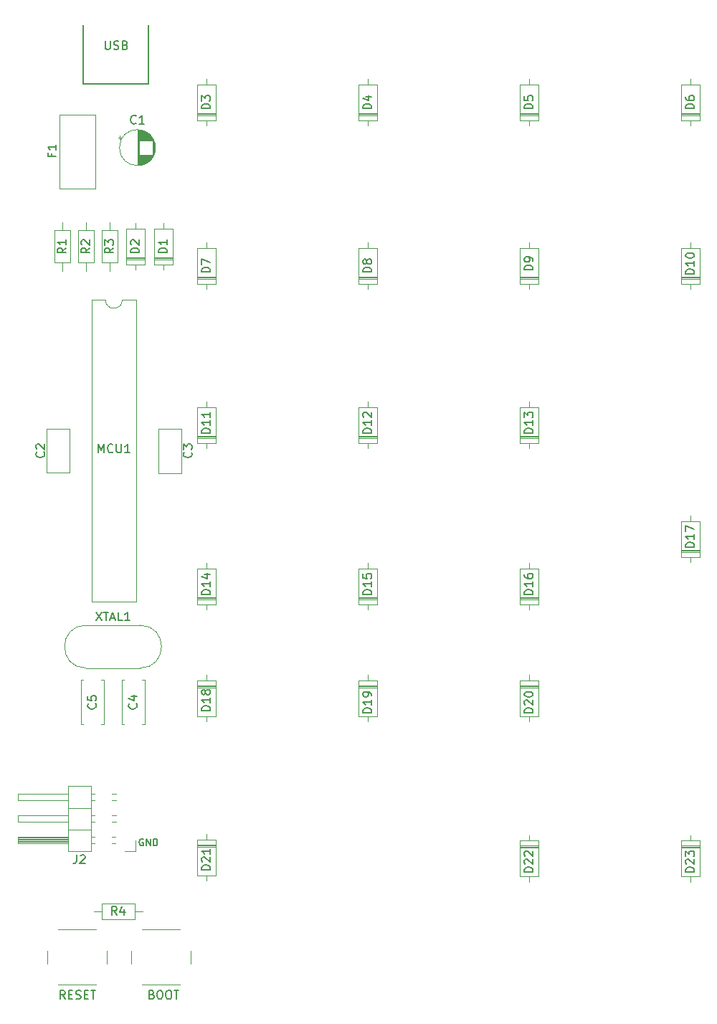
<source format=gbr>
%TF.GenerationSoftware,KiCad,Pcbnew,(5.1.6)-1*%
%TF.CreationDate,2020-06-15T22:18:44+02:00*%
%TF.ProjectId,numpad,6e756d70-6164-42e6-9b69-6361645f7063,rev?*%
%TF.SameCoordinates,Original*%
%TF.FileFunction,Legend,Top*%
%TF.FilePolarity,Positive*%
%FSLAX46Y46*%
G04 Gerber Fmt 4.6, Leading zero omitted, Abs format (unit mm)*
G04 Created by KiCad (PCBNEW (5.1.6)-1) date 2020-06-15 22:18:44*
%MOMM*%
%LPD*%
G01*
G04 APERTURE LIST*
%ADD10C,0.200000*%
%ADD11C,0.120000*%
%ADD12C,0.150000*%
G04 APERTURE END LIST*
D10*
X94386476Y-139300000D02*
X94310285Y-139261904D01*
X94196000Y-139261904D01*
X94081714Y-139300000D01*
X94005523Y-139376190D01*
X93967428Y-139452380D01*
X93929333Y-139604761D01*
X93929333Y-139719047D01*
X93967428Y-139871428D01*
X94005523Y-139947619D01*
X94081714Y-140023809D01*
X94196000Y-140061904D01*
X94272190Y-140061904D01*
X94386476Y-140023809D01*
X94424571Y-139985714D01*
X94424571Y-139719047D01*
X94272190Y-139719047D01*
X94767428Y-140061904D02*
X94767428Y-139261904D01*
X95224571Y-140061904D01*
X95224571Y-139261904D01*
X95605523Y-140061904D02*
X95605523Y-139261904D01*
X95796000Y-139261904D01*
X95910285Y-139300000D01*
X95986476Y-139376190D01*
X96024571Y-139452380D01*
X96062666Y-139604761D01*
X96062666Y-139719047D01*
X96024571Y-139871428D01*
X95986476Y-139947619D01*
X95910285Y-140023809D01*
X95796000Y-140061904D01*
X95605523Y-140061904D01*
D11*
%TO.C,J2*%
X93472000Y-140716000D02*
X92202000Y-140716000D01*
X93472000Y-139446000D02*
X93472000Y-140716000D01*
X91159071Y-133986000D02*
X90704929Y-133986000D01*
X91159071Y-134746000D02*
X90704929Y-134746000D01*
X88619071Y-133986000D02*
X88222000Y-133986000D01*
X88619071Y-134746000D02*
X88222000Y-134746000D01*
X79562000Y-133986000D02*
X85562000Y-133986000D01*
X79562000Y-134746000D02*
X79562000Y-133986000D01*
X85562000Y-134746000D02*
X79562000Y-134746000D01*
X88222000Y-135636000D02*
X85562000Y-135636000D01*
X91159071Y-136526000D02*
X90704929Y-136526000D01*
X91159071Y-137286000D02*
X90704929Y-137286000D01*
X88619071Y-136526000D02*
X88222000Y-136526000D01*
X88619071Y-137286000D02*
X88222000Y-137286000D01*
X79562000Y-136526000D02*
X85562000Y-136526000D01*
X79562000Y-137286000D02*
X79562000Y-136526000D01*
X85562000Y-137286000D02*
X79562000Y-137286000D01*
X88222000Y-138176000D02*
X85562000Y-138176000D01*
X91092000Y-139066000D02*
X90704929Y-139066000D01*
X91092000Y-139826000D02*
X90704929Y-139826000D01*
X88619071Y-139066000D02*
X88222000Y-139066000D01*
X88619071Y-139826000D02*
X88222000Y-139826000D01*
X85562000Y-139166000D02*
X79562000Y-139166000D01*
X85562000Y-139286000D02*
X79562000Y-139286000D01*
X85562000Y-139406000D02*
X79562000Y-139406000D01*
X85562000Y-139526000D02*
X79562000Y-139526000D01*
X85562000Y-139646000D02*
X79562000Y-139646000D01*
X85562000Y-139766000D02*
X79562000Y-139766000D01*
X79562000Y-139066000D02*
X85562000Y-139066000D01*
X79562000Y-139826000D02*
X79562000Y-139066000D01*
X85562000Y-139826000D02*
X79562000Y-139826000D01*
X85562000Y-140776000D02*
X88222000Y-140776000D01*
X85562000Y-133036000D02*
X85562000Y-140776000D01*
X88222000Y-133036000D02*
X85562000Y-133036000D01*
X88222000Y-140776000D02*
X88222000Y-133036000D01*
%TO.C,D19*%
X122024000Y-121162000D02*
X119784000Y-121162000D01*
X122024000Y-121402000D02*
X119784000Y-121402000D01*
X122024000Y-121282000D02*
X119784000Y-121282000D01*
X120904000Y-125452000D02*
X120904000Y-124802000D01*
X120904000Y-119912000D02*
X120904000Y-120562000D01*
X122024000Y-124802000D02*
X122024000Y-120562000D01*
X119784000Y-124802000D02*
X122024000Y-124802000D01*
X119784000Y-120562000D02*
X119784000Y-124802000D01*
X122024000Y-120562000D02*
X119784000Y-120562000D01*
%TO.C,D23*%
X160124000Y-139485000D02*
X157884000Y-139485000D01*
X157884000Y-139485000D02*
X157884000Y-143725000D01*
X157884000Y-143725000D02*
X160124000Y-143725000D01*
X160124000Y-143725000D02*
X160124000Y-139485000D01*
X159004000Y-138835000D02*
X159004000Y-139485000D01*
X159004000Y-144375000D02*
X159004000Y-143725000D01*
X160124000Y-140205000D02*
X157884000Y-140205000D01*
X160124000Y-140325000D02*
X157884000Y-140325000D01*
X160124000Y-140085000D02*
X157884000Y-140085000D01*
%TO.C,D22*%
X141074000Y-139485000D02*
X138834000Y-139485000D01*
X138834000Y-139485000D02*
X138834000Y-143725000D01*
X138834000Y-143725000D02*
X141074000Y-143725000D01*
X141074000Y-143725000D02*
X141074000Y-139485000D01*
X139954000Y-138835000D02*
X139954000Y-139485000D01*
X139954000Y-144375000D02*
X139954000Y-143725000D01*
X141074000Y-140205000D02*
X138834000Y-140205000D01*
X141074000Y-140325000D02*
X138834000Y-140325000D01*
X141074000Y-140085000D02*
X138834000Y-140085000D01*
%TO.C,D21*%
X102974000Y-139358000D02*
X100734000Y-139358000D01*
X100734000Y-139358000D02*
X100734000Y-143598000D01*
X100734000Y-143598000D02*
X102974000Y-143598000D01*
X102974000Y-143598000D02*
X102974000Y-139358000D01*
X101854000Y-138708000D02*
X101854000Y-139358000D01*
X101854000Y-144248000D02*
X101854000Y-143598000D01*
X102974000Y-140078000D02*
X100734000Y-140078000D01*
X102974000Y-140198000D02*
X100734000Y-140198000D01*
X102974000Y-139958000D02*
X100734000Y-139958000D01*
%TO.C,D17*%
X157884000Y-106006000D02*
X160124000Y-106006000D01*
X160124000Y-106006000D02*
X160124000Y-101766000D01*
X160124000Y-101766000D02*
X157884000Y-101766000D01*
X157884000Y-101766000D02*
X157884000Y-106006000D01*
X159004000Y-106656000D02*
X159004000Y-106006000D01*
X159004000Y-101116000D02*
X159004000Y-101766000D01*
X157884000Y-105286000D02*
X160124000Y-105286000D01*
X157884000Y-105166000D02*
X160124000Y-105166000D01*
X157884000Y-105406000D02*
X160124000Y-105406000D01*
%TO.C,MCU1*%
X89932000Y-75632000D02*
X88282000Y-75632000D01*
X88282000Y-75632000D02*
X88282000Y-111312000D01*
X88282000Y-111312000D02*
X93582000Y-111312000D01*
X93582000Y-111312000D02*
X93582000Y-75632000D01*
X93582000Y-75632000D02*
X91932000Y-75632000D01*
X91932000Y-75632000D02*
G75*
G02*
X89932000Y-75632000I-1000000J0D01*
G01*
%TO.C,XTAL1*%
X87632000Y-119111000D02*
X94032000Y-119111000D01*
X87632000Y-114061000D02*
X94032000Y-114061000D01*
X94032000Y-119111000D02*
G75*
G03*
X94032000Y-114061000I0J2525000D01*
G01*
X87632000Y-119111000D02*
G75*
G02*
X87632000Y-114061000I0J2525000D01*
G01*
D12*
%TO.C,USB1*%
X87336000Y-50180000D02*
X87336000Y-43180000D01*
X95036000Y-50180000D02*
X87336000Y-50180000D01*
X95036000Y-43180000D02*
X95036000Y-50180000D01*
D11*
%TO.C,BOOT*%
X99968000Y-154003000D02*
X99968000Y-152503000D01*
X98718000Y-150003000D02*
X94218000Y-150003000D01*
X92968000Y-152503000D02*
X92968000Y-154003000D01*
X94218000Y-156503000D02*
X98718000Y-156503000D01*
%TO.C,RESET*%
X90062000Y-154003000D02*
X90062000Y-152503000D01*
X88812000Y-150003000D02*
X84312000Y-150003000D01*
X83062000Y-152503000D02*
X83062000Y-154003000D01*
X84312000Y-156503000D02*
X88812000Y-156503000D01*
%TO.C,R4*%
X94310000Y-147828000D02*
X93360000Y-147828000D01*
X88570000Y-147828000D02*
X89520000Y-147828000D01*
X93360000Y-146908000D02*
X89520000Y-146908000D01*
X93360000Y-148748000D02*
X93360000Y-146908000D01*
X89520000Y-148748000D02*
X93360000Y-148748000D01*
X89520000Y-146908000D02*
X89520000Y-148748000D01*
%TO.C,R3*%
X90424000Y-66472000D02*
X90424000Y-67422000D01*
X90424000Y-72212000D02*
X90424000Y-71262000D01*
X89504000Y-67422000D02*
X89504000Y-71262000D01*
X91344000Y-67422000D02*
X89504000Y-67422000D01*
X91344000Y-71262000D02*
X91344000Y-67422000D01*
X89504000Y-71262000D02*
X91344000Y-71262000D01*
%TO.C,R2*%
X87630000Y-66472000D02*
X87630000Y-67422000D01*
X87630000Y-72212000D02*
X87630000Y-71262000D01*
X86710000Y-67422000D02*
X86710000Y-71262000D01*
X88550000Y-67422000D02*
X86710000Y-67422000D01*
X88550000Y-71262000D02*
X88550000Y-67422000D01*
X86710000Y-71262000D02*
X88550000Y-71262000D01*
%TO.C,R1*%
X84836000Y-66472000D02*
X84836000Y-67422000D01*
X84836000Y-72212000D02*
X84836000Y-71262000D01*
X83916000Y-67422000D02*
X83916000Y-71262000D01*
X85756000Y-67422000D02*
X83916000Y-67422000D01*
X85756000Y-71262000D02*
X85756000Y-67422000D01*
X83916000Y-71262000D02*
X85756000Y-71262000D01*
%TO.C,F1*%
X88734000Y-53796000D02*
X88734000Y-62536000D01*
X88734000Y-53796000D02*
X84494000Y-53796000D01*
X84494000Y-62536000D02*
X88734000Y-62536000D01*
X84494000Y-62536000D02*
X84494000Y-53796000D01*
%TO.C,D20*%
X141074000Y-121162000D02*
X138834000Y-121162000D01*
X141074000Y-121402000D02*
X138834000Y-121402000D01*
X141074000Y-121282000D02*
X138834000Y-121282000D01*
X139954000Y-125452000D02*
X139954000Y-124802000D01*
X139954000Y-119912000D02*
X139954000Y-120562000D01*
X141074000Y-124802000D02*
X141074000Y-120562000D01*
X138834000Y-124802000D02*
X141074000Y-124802000D01*
X138834000Y-120562000D02*
X138834000Y-124802000D01*
X141074000Y-120562000D02*
X138834000Y-120562000D01*
%TO.C,D18*%
X102974000Y-121162000D02*
X100734000Y-121162000D01*
X102974000Y-121402000D02*
X100734000Y-121402000D01*
X102974000Y-121282000D02*
X100734000Y-121282000D01*
X101854000Y-125452000D02*
X101854000Y-124802000D01*
X101854000Y-119912000D02*
X101854000Y-120562000D01*
X102974000Y-124802000D02*
X102974000Y-120562000D01*
X100734000Y-124802000D02*
X102974000Y-124802000D01*
X100734000Y-120562000D02*
X100734000Y-124802000D01*
X102974000Y-120562000D02*
X100734000Y-120562000D01*
%TO.C,D16*%
X138834000Y-110994000D02*
X141074000Y-110994000D01*
X138834000Y-110754000D02*
X141074000Y-110754000D01*
X138834000Y-110874000D02*
X141074000Y-110874000D01*
X139954000Y-106704000D02*
X139954000Y-107354000D01*
X139954000Y-112244000D02*
X139954000Y-111594000D01*
X138834000Y-107354000D02*
X138834000Y-111594000D01*
X141074000Y-107354000D02*
X138834000Y-107354000D01*
X141074000Y-111594000D02*
X141074000Y-107354000D01*
X138834000Y-111594000D02*
X141074000Y-111594000D01*
%TO.C,D15*%
X119784000Y-110994000D02*
X122024000Y-110994000D01*
X119784000Y-110754000D02*
X122024000Y-110754000D01*
X119784000Y-110874000D02*
X122024000Y-110874000D01*
X120904000Y-106704000D02*
X120904000Y-107354000D01*
X120904000Y-112244000D02*
X120904000Y-111594000D01*
X119784000Y-107354000D02*
X119784000Y-111594000D01*
X122024000Y-107354000D02*
X119784000Y-107354000D01*
X122024000Y-111594000D02*
X122024000Y-107354000D01*
X119784000Y-111594000D02*
X122024000Y-111594000D01*
%TO.C,D14*%
X100734000Y-110994000D02*
X102974000Y-110994000D01*
X100734000Y-110754000D02*
X102974000Y-110754000D01*
X100734000Y-110874000D02*
X102974000Y-110874000D01*
X101854000Y-106704000D02*
X101854000Y-107354000D01*
X101854000Y-112244000D02*
X101854000Y-111594000D01*
X100734000Y-107354000D02*
X100734000Y-111594000D01*
X102974000Y-107354000D02*
X100734000Y-107354000D01*
X102974000Y-111594000D02*
X102974000Y-107354000D01*
X100734000Y-111594000D02*
X102974000Y-111594000D01*
%TO.C,D13*%
X138834000Y-91944000D02*
X141074000Y-91944000D01*
X138834000Y-91704000D02*
X141074000Y-91704000D01*
X138834000Y-91824000D02*
X141074000Y-91824000D01*
X139954000Y-87654000D02*
X139954000Y-88304000D01*
X139954000Y-93194000D02*
X139954000Y-92544000D01*
X138834000Y-88304000D02*
X138834000Y-92544000D01*
X141074000Y-88304000D02*
X138834000Y-88304000D01*
X141074000Y-92544000D02*
X141074000Y-88304000D01*
X138834000Y-92544000D02*
X141074000Y-92544000D01*
%TO.C,D12*%
X119784000Y-91944000D02*
X122024000Y-91944000D01*
X119784000Y-91704000D02*
X122024000Y-91704000D01*
X119784000Y-91824000D02*
X122024000Y-91824000D01*
X120904000Y-87654000D02*
X120904000Y-88304000D01*
X120904000Y-93194000D02*
X120904000Y-92544000D01*
X119784000Y-88304000D02*
X119784000Y-92544000D01*
X122024000Y-88304000D02*
X119784000Y-88304000D01*
X122024000Y-92544000D02*
X122024000Y-88304000D01*
X119784000Y-92544000D02*
X122024000Y-92544000D01*
%TO.C,D11*%
X100734000Y-91944000D02*
X102974000Y-91944000D01*
X100734000Y-91704000D02*
X102974000Y-91704000D01*
X100734000Y-91824000D02*
X102974000Y-91824000D01*
X101854000Y-87654000D02*
X101854000Y-88304000D01*
X101854000Y-93194000D02*
X101854000Y-92544000D01*
X100734000Y-88304000D02*
X100734000Y-92544000D01*
X102974000Y-88304000D02*
X100734000Y-88304000D01*
X102974000Y-92544000D02*
X102974000Y-88304000D01*
X100734000Y-92544000D02*
X102974000Y-92544000D01*
%TO.C,D10*%
X157884000Y-73148000D02*
X160124000Y-73148000D01*
X157884000Y-72908000D02*
X160124000Y-72908000D01*
X157884000Y-73028000D02*
X160124000Y-73028000D01*
X159004000Y-68858000D02*
X159004000Y-69508000D01*
X159004000Y-74398000D02*
X159004000Y-73748000D01*
X157884000Y-69508000D02*
X157884000Y-73748000D01*
X160124000Y-69508000D02*
X157884000Y-69508000D01*
X160124000Y-73748000D02*
X160124000Y-69508000D01*
X157884000Y-73748000D02*
X160124000Y-73748000D01*
%TO.C,D9*%
X138834000Y-73148000D02*
X141074000Y-73148000D01*
X138834000Y-72908000D02*
X141074000Y-72908000D01*
X138834000Y-73028000D02*
X141074000Y-73028000D01*
X139954000Y-68858000D02*
X139954000Y-69508000D01*
X139954000Y-74398000D02*
X139954000Y-73748000D01*
X138834000Y-69508000D02*
X138834000Y-73748000D01*
X141074000Y-69508000D02*
X138834000Y-69508000D01*
X141074000Y-73748000D02*
X141074000Y-69508000D01*
X138834000Y-73748000D02*
X141074000Y-73748000D01*
%TO.C,D8*%
X119784000Y-73148000D02*
X122024000Y-73148000D01*
X119784000Y-72908000D02*
X122024000Y-72908000D01*
X119784000Y-73028000D02*
X122024000Y-73028000D01*
X120904000Y-68858000D02*
X120904000Y-69508000D01*
X120904000Y-74398000D02*
X120904000Y-73748000D01*
X119784000Y-69508000D02*
X119784000Y-73748000D01*
X122024000Y-69508000D02*
X119784000Y-69508000D01*
X122024000Y-73748000D02*
X122024000Y-69508000D01*
X119784000Y-73748000D02*
X122024000Y-73748000D01*
%TO.C,D7*%
X100734000Y-73148000D02*
X102974000Y-73148000D01*
X100734000Y-72908000D02*
X102974000Y-72908000D01*
X100734000Y-73028000D02*
X102974000Y-73028000D01*
X101854000Y-68858000D02*
X101854000Y-69508000D01*
X101854000Y-74398000D02*
X101854000Y-73748000D01*
X100734000Y-69508000D02*
X100734000Y-73748000D01*
X102974000Y-69508000D02*
X100734000Y-69508000D01*
X102974000Y-73748000D02*
X102974000Y-69508000D01*
X100734000Y-73748000D02*
X102974000Y-73748000D01*
%TO.C,D6*%
X157884000Y-53844000D02*
X160124000Y-53844000D01*
X157884000Y-53604000D02*
X160124000Y-53604000D01*
X157884000Y-53724000D02*
X160124000Y-53724000D01*
X159004000Y-49554000D02*
X159004000Y-50204000D01*
X159004000Y-55094000D02*
X159004000Y-54444000D01*
X157884000Y-50204000D02*
X157884000Y-54444000D01*
X160124000Y-50204000D02*
X157884000Y-50204000D01*
X160124000Y-54444000D02*
X160124000Y-50204000D01*
X157884000Y-54444000D02*
X160124000Y-54444000D01*
%TO.C,D5*%
X138834000Y-53844000D02*
X141074000Y-53844000D01*
X138834000Y-53604000D02*
X141074000Y-53604000D01*
X138834000Y-53724000D02*
X141074000Y-53724000D01*
X139954000Y-49554000D02*
X139954000Y-50204000D01*
X139954000Y-55094000D02*
X139954000Y-54444000D01*
X138834000Y-50204000D02*
X138834000Y-54444000D01*
X141074000Y-50204000D02*
X138834000Y-50204000D01*
X141074000Y-54444000D02*
X141074000Y-50204000D01*
X138834000Y-54444000D02*
X141074000Y-54444000D01*
%TO.C,D4*%
X119784000Y-53844000D02*
X122024000Y-53844000D01*
X119784000Y-53604000D02*
X122024000Y-53604000D01*
X119784000Y-53724000D02*
X122024000Y-53724000D01*
X120904000Y-49554000D02*
X120904000Y-50204000D01*
X120904000Y-55094000D02*
X120904000Y-54444000D01*
X119784000Y-50204000D02*
X119784000Y-54444000D01*
X122024000Y-50204000D02*
X119784000Y-50204000D01*
X122024000Y-54444000D02*
X122024000Y-50204000D01*
X119784000Y-54444000D02*
X122024000Y-54444000D01*
%TO.C,D3*%
X100734000Y-53844000D02*
X102974000Y-53844000D01*
X100734000Y-53604000D02*
X102974000Y-53604000D01*
X100734000Y-53724000D02*
X102974000Y-53724000D01*
X101854000Y-49554000D02*
X101854000Y-50204000D01*
X101854000Y-55094000D02*
X101854000Y-54444000D01*
X100734000Y-50204000D02*
X100734000Y-54444000D01*
X102974000Y-50204000D02*
X100734000Y-50204000D01*
X102974000Y-54444000D02*
X102974000Y-50204000D01*
X100734000Y-54444000D02*
X102974000Y-54444000D01*
%TO.C,D2*%
X92352000Y-70862000D02*
X94592000Y-70862000D01*
X92352000Y-70622000D02*
X94592000Y-70622000D01*
X92352000Y-70742000D02*
X94592000Y-70742000D01*
X93472000Y-66572000D02*
X93472000Y-67222000D01*
X93472000Y-72112000D02*
X93472000Y-71462000D01*
X92352000Y-67222000D02*
X92352000Y-71462000D01*
X94592000Y-67222000D02*
X92352000Y-67222000D01*
X94592000Y-71462000D02*
X94592000Y-67222000D01*
X92352000Y-71462000D02*
X94592000Y-71462000D01*
%TO.C,D1*%
X95654000Y-70862000D02*
X97894000Y-70862000D01*
X95654000Y-70622000D02*
X97894000Y-70622000D01*
X95654000Y-70742000D02*
X97894000Y-70742000D01*
X96774000Y-66572000D02*
X96774000Y-67222000D01*
X96774000Y-72112000D02*
X96774000Y-71462000D01*
X95654000Y-67222000D02*
X95654000Y-71462000D01*
X97894000Y-67222000D02*
X95654000Y-67222000D01*
X97894000Y-71462000D02*
X97894000Y-67222000D01*
X95654000Y-71462000D02*
X97894000Y-71462000D01*
%TO.C,C5*%
X87337000Y-125770000D02*
X87022000Y-125770000D01*
X89762000Y-125770000D02*
X89447000Y-125770000D01*
X87337000Y-120530000D02*
X87022000Y-120530000D01*
X89762000Y-120530000D02*
X89447000Y-120530000D01*
X87022000Y-120530000D02*
X87022000Y-125770000D01*
X89762000Y-120530000D02*
X89762000Y-125770000D01*
%TO.C,C4*%
X92163000Y-125770000D02*
X91848000Y-125770000D01*
X94588000Y-125770000D02*
X94273000Y-125770000D01*
X92163000Y-120530000D02*
X91848000Y-120530000D01*
X94588000Y-120530000D02*
X94273000Y-120530000D01*
X91848000Y-120530000D02*
X91848000Y-125770000D01*
X94588000Y-120530000D02*
X94588000Y-125770000D01*
%TO.C,C3*%
X96166000Y-90872000D02*
X98906000Y-90872000D01*
X96166000Y-96112000D02*
X98906000Y-96112000D01*
X98906000Y-96112000D02*
X98906000Y-90872000D01*
X96166000Y-96112000D02*
X96166000Y-90872000D01*
%TO.C,C2*%
X85698000Y-96072000D02*
X82958000Y-96072000D01*
X85698000Y-90832000D02*
X82958000Y-90832000D01*
X82958000Y-90832000D02*
X82958000Y-96072000D01*
X85698000Y-90832000D02*
X85698000Y-96072000D01*
%TO.C,C1*%
X91640199Y-56263000D02*
X91640199Y-56663000D01*
X91440199Y-56463000D02*
X91840199Y-56463000D01*
X95791000Y-57288000D02*
X95791000Y-58028000D01*
X95751000Y-57121000D02*
X95751000Y-58195000D01*
X95711000Y-56994000D02*
X95711000Y-58322000D01*
X95671000Y-56890000D02*
X95671000Y-58426000D01*
X95631000Y-56799000D02*
X95631000Y-58517000D01*
X95591000Y-56718000D02*
X95591000Y-58598000D01*
X95551000Y-56645000D02*
X95551000Y-58671000D01*
X95511000Y-58498000D02*
X95511000Y-58738000D01*
X95511000Y-56578000D02*
X95511000Y-56818000D01*
X95471000Y-58498000D02*
X95471000Y-58800000D01*
X95471000Y-56516000D02*
X95471000Y-56818000D01*
X95431000Y-58498000D02*
X95431000Y-58858000D01*
X95431000Y-56458000D02*
X95431000Y-56818000D01*
X95391000Y-58498000D02*
X95391000Y-58912000D01*
X95391000Y-56404000D02*
X95391000Y-56818000D01*
X95351000Y-58498000D02*
X95351000Y-58962000D01*
X95351000Y-56354000D02*
X95351000Y-56818000D01*
X95311000Y-58498000D02*
X95311000Y-59009000D01*
X95311000Y-56307000D02*
X95311000Y-56818000D01*
X95271000Y-58498000D02*
X95271000Y-59054000D01*
X95271000Y-56262000D02*
X95271000Y-56818000D01*
X95231000Y-58498000D02*
X95231000Y-59096000D01*
X95231000Y-56220000D02*
X95231000Y-56818000D01*
X95191000Y-58498000D02*
X95191000Y-59136000D01*
X95191000Y-56180000D02*
X95191000Y-56818000D01*
X95151000Y-58498000D02*
X95151000Y-59174000D01*
X95151000Y-56142000D02*
X95151000Y-56818000D01*
X95111000Y-58498000D02*
X95111000Y-59210000D01*
X95111000Y-56106000D02*
X95111000Y-56818000D01*
X95071000Y-58498000D02*
X95071000Y-59245000D01*
X95071000Y-56071000D02*
X95071000Y-56818000D01*
X95031000Y-58498000D02*
X95031000Y-59277000D01*
X95031000Y-56039000D02*
X95031000Y-56818000D01*
X94991000Y-58498000D02*
X94991000Y-59308000D01*
X94991000Y-56008000D02*
X94991000Y-56818000D01*
X94951000Y-58498000D02*
X94951000Y-59338000D01*
X94951000Y-55978000D02*
X94951000Y-56818000D01*
X94911000Y-58498000D02*
X94911000Y-59366000D01*
X94911000Y-55950000D02*
X94911000Y-56818000D01*
X94871000Y-58498000D02*
X94871000Y-59393000D01*
X94871000Y-55923000D02*
X94871000Y-56818000D01*
X94831000Y-58498000D02*
X94831000Y-59418000D01*
X94831000Y-55898000D02*
X94831000Y-56818000D01*
X94791000Y-58498000D02*
X94791000Y-59443000D01*
X94791000Y-55873000D02*
X94791000Y-56818000D01*
X94751000Y-58498000D02*
X94751000Y-59466000D01*
X94751000Y-55850000D02*
X94751000Y-56818000D01*
X94711000Y-58498000D02*
X94711000Y-59488000D01*
X94711000Y-55828000D02*
X94711000Y-56818000D01*
X94671000Y-58498000D02*
X94671000Y-59509000D01*
X94671000Y-55807000D02*
X94671000Y-56818000D01*
X94631000Y-58498000D02*
X94631000Y-59528000D01*
X94631000Y-55788000D02*
X94631000Y-56818000D01*
X94591000Y-58498000D02*
X94591000Y-59547000D01*
X94591000Y-55769000D02*
X94591000Y-56818000D01*
X94551000Y-58498000D02*
X94551000Y-59565000D01*
X94551000Y-55751000D02*
X94551000Y-56818000D01*
X94511000Y-58498000D02*
X94511000Y-59582000D01*
X94511000Y-55734000D02*
X94511000Y-56818000D01*
X94471000Y-58498000D02*
X94471000Y-59598000D01*
X94471000Y-55718000D02*
X94471000Y-56818000D01*
X94431000Y-58498000D02*
X94431000Y-59612000D01*
X94431000Y-55704000D02*
X94431000Y-56818000D01*
X94390000Y-58498000D02*
X94390000Y-59626000D01*
X94390000Y-55690000D02*
X94390000Y-56818000D01*
X94350000Y-58498000D02*
X94350000Y-59640000D01*
X94350000Y-55676000D02*
X94350000Y-56818000D01*
X94310000Y-58498000D02*
X94310000Y-59652000D01*
X94310000Y-55664000D02*
X94310000Y-56818000D01*
X94270000Y-58498000D02*
X94270000Y-59663000D01*
X94270000Y-55653000D02*
X94270000Y-56818000D01*
X94230000Y-58498000D02*
X94230000Y-59674000D01*
X94230000Y-55642000D02*
X94230000Y-56818000D01*
X94190000Y-58498000D02*
X94190000Y-59683000D01*
X94190000Y-55633000D02*
X94190000Y-56818000D01*
X94150000Y-58498000D02*
X94150000Y-59692000D01*
X94150000Y-55624000D02*
X94150000Y-56818000D01*
X94110000Y-58498000D02*
X94110000Y-59700000D01*
X94110000Y-55616000D02*
X94110000Y-56818000D01*
X94070000Y-58498000D02*
X94070000Y-59708000D01*
X94070000Y-55608000D02*
X94070000Y-56818000D01*
X94030000Y-58498000D02*
X94030000Y-59714000D01*
X94030000Y-55602000D02*
X94030000Y-56818000D01*
X93990000Y-58498000D02*
X93990000Y-59720000D01*
X93990000Y-55596000D02*
X93990000Y-56818000D01*
X93950000Y-58498000D02*
X93950000Y-59725000D01*
X93950000Y-55591000D02*
X93950000Y-56818000D01*
X93910000Y-58498000D02*
X93910000Y-59729000D01*
X93910000Y-55587000D02*
X93910000Y-56818000D01*
X93870000Y-55584000D02*
X93870000Y-59732000D01*
X93830000Y-55581000D02*
X93830000Y-59735000D01*
X93790000Y-55579000D02*
X93790000Y-59737000D01*
X93750000Y-55578000D02*
X93750000Y-59738000D01*
X93710000Y-55578000D02*
X93710000Y-59738000D01*
X95830000Y-57658000D02*
G75*
G03*
X95830000Y-57658000I-2120000J0D01*
G01*
%TO.C,J2*%
D12*
X86534666Y-141184380D02*
X86534666Y-141898666D01*
X86487047Y-142041523D01*
X86391809Y-142136761D01*
X86248952Y-142184380D01*
X86153714Y-142184380D01*
X86963238Y-141279619D02*
X87010857Y-141232000D01*
X87106095Y-141184380D01*
X87344190Y-141184380D01*
X87439428Y-141232000D01*
X87487047Y-141279619D01*
X87534666Y-141374857D01*
X87534666Y-141470095D01*
X87487047Y-141612952D01*
X86915619Y-142184380D01*
X87534666Y-142184380D01*
%TO.C,D19*%
X121356380Y-124404285D02*
X120356380Y-124404285D01*
X120356380Y-124166190D01*
X120404000Y-124023333D01*
X120499238Y-123928095D01*
X120594476Y-123880476D01*
X120784952Y-123832857D01*
X120927809Y-123832857D01*
X121118285Y-123880476D01*
X121213523Y-123928095D01*
X121308761Y-124023333D01*
X121356380Y-124166190D01*
X121356380Y-124404285D01*
X121356380Y-122880476D02*
X121356380Y-123451904D01*
X121356380Y-123166190D02*
X120356380Y-123166190D01*
X120499238Y-123261428D01*
X120594476Y-123356666D01*
X120642095Y-123451904D01*
X121356380Y-122404285D02*
X121356380Y-122213809D01*
X121308761Y-122118571D01*
X121261142Y-122070952D01*
X121118285Y-121975714D01*
X120927809Y-121928095D01*
X120546857Y-121928095D01*
X120451619Y-121975714D01*
X120404000Y-122023333D01*
X120356380Y-122118571D01*
X120356380Y-122309047D01*
X120404000Y-122404285D01*
X120451619Y-122451904D01*
X120546857Y-122499523D01*
X120784952Y-122499523D01*
X120880190Y-122451904D01*
X120927809Y-122404285D01*
X120975428Y-122309047D01*
X120975428Y-122118571D01*
X120927809Y-122023333D01*
X120880190Y-121975714D01*
X120784952Y-121928095D01*
%TO.C,D23*%
X159456380Y-143200285D02*
X158456380Y-143200285D01*
X158456380Y-142962190D01*
X158504000Y-142819333D01*
X158599238Y-142724095D01*
X158694476Y-142676476D01*
X158884952Y-142628857D01*
X159027809Y-142628857D01*
X159218285Y-142676476D01*
X159313523Y-142724095D01*
X159408761Y-142819333D01*
X159456380Y-142962190D01*
X159456380Y-143200285D01*
X158551619Y-142247904D02*
X158504000Y-142200285D01*
X158456380Y-142105047D01*
X158456380Y-141866952D01*
X158504000Y-141771714D01*
X158551619Y-141724095D01*
X158646857Y-141676476D01*
X158742095Y-141676476D01*
X158884952Y-141724095D01*
X159456380Y-142295523D01*
X159456380Y-141676476D01*
X158456380Y-141343142D02*
X158456380Y-140724095D01*
X158837333Y-141057428D01*
X158837333Y-140914571D01*
X158884952Y-140819333D01*
X158932571Y-140771714D01*
X159027809Y-140724095D01*
X159265904Y-140724095D01*
X159361142Y-140771714D01*
X159408761Y-140819333D01*
X159456380Y-140914571D01*
X159456380Y-141200285D01*
X159408761Y-141295523D01*
X159361142Y-141343142D01*
%TO.C,D22*%
X140406380Y-143200285D02*
X139406380Y-143200285D01*
X139406380Y-142962190D01*
X139454000Y-142819333D01*
X139549238Y-142724095D01*
X139644476Y-142676476D01*
X139834952Y-142628857D01*
X139977809Y-142628857D01*
X140168285Y-142676476D01*
X140263523Y-142724095D01*
X140358761Y-142819333D01*
X140406380Y-142962190D01*
X140406380Y-143200285D01*
X139501619Y-142247904D02*
X139454000Y-142200285D01*
X139406380Y-142105047D01*
X139406380Y-141866952D01*
X139454000Y-141771714D01*
X139501619Y-141724095D01*
X139596857Y-141676476D01*
X139692095Y-141676476D01*
X139834952Y-141724095D01*
X140406380Y-142295523D01*
X140406380Y-141676476D01*
X139501619Y-141295523D02*
X139454000Y-141247904D01*
X139406380Y-141152666D01*
X139406380Y-140914571D01*
X139454000Y-140819333D01*
X139501619Y-140771714D01*
X139596857Y-140724095D01*
X139692095Y-140724095D01*
X139834952Y-140771714D01*
X140406380Y-141343142D01*
X140406380Y-140724095D01*
%TO.C,D21*%
X102306380Y-142946285D02*
X101306380Y-142946285D01*
X101306380Y-142708190D01*
X101354000Y-142565333D01*
X101449238Y-142470095D01*
X101544476Y-142422476D01*
X101734952Y-142374857D01*
X101877809Y-142374857D01*
X102068285Y-142422476D01*
X102163523Y-142470095D01*
X102258761Y-142565333D01*
X102306380Y-142708190D01*
X102306380Y-142946285D01*
X101401619Y-141993904D02*
X101354000Y-141946285D01*
X101306380Y-141851047D01*
X101306380Y-141612952D01*
X101354000Y-141517714D01*
X101401619Y-141470095D01*
X101496857Y-141422476D01*
X101592095Y-141422476D01*
X101734952Y-141470095D01*
X102306380Y-142041523D01*
X102306380Y-141422476D01*
X102306380Y-140470095D02*
X102306380Y-141041523D01*
X102306380Y-140755809D02*
X101306380Y-140755809D01*
X101449238Y-140851047D01*
X101544476Y-140946285D01*
X101592095Y-141041523D01*
%TO.C,D17*%
X159456380Y-104846285D02*
X158456380Y-104846285D01*
X158456380Y-104608190D01*
X158504000Y-104465333D01*
X158599238Y-104370095D01*
X158694476Y-104322476D01*
X158884952Y-104274857D01*
X159027809Y-104274857D01*
X159218285Y-104322476D01*
X159313523Y-104370095D01*
X159408761Y-104465333D01*
X159456380Y-104608190D01*
X159456380Y-104846285D01*
X159456380Y-103322476D02*
X159456380Y-103893904D01*
X159456380Y-103608190D02*
X158456380Y-103608190D01*
X158599238Y-103703428D01*
X158694476Y-103798666D01*
X158742095Y-103893904D01*
X158456380Y-102989142D02*
X158456380Y-102322476D01*
X159456380Y-102751047D01*
%TO.C,MCU1*%
X89098666Y-93670380D02*
X89098666Y-92670380D01*
X89432000Y-93384666D01*
X89765333Y-92670380D01*
X89765333Y-93670380D01*
X90812952Y-93575142D02*
X90765333Y-93622761D01*
X90622476Y-93670380D01*
X90527238Y-93670380D01*
X90384380Y-93622761D01*
X90289142Y-93527523D01*
X90241523Y-93432285D01*
X90193904Y-93241809D01*
X90193904Y-93098952D01*
X90241523Y-92908476D01*
X90289142Y-92813238D01*
X90384380Y-92718000D01*
X90527238Y-92670380D01*
X90622476Y-92670380D01*
X90765333Y-92718000D01*
X90812952Y-92765619D01*
X91241523Y-92670380D02*
X91241523Y-93479904D01*
X91289142Y-93575142D01*
X91336761Y-93622761D01*
X91432000Y-93670380D01*
X91622476Y-93670380D01*
X91717714Y-93622761D01*
X91765333Y-93575142D01*
X91812952Y-93479904D01*
X91812952Y-92670380D01*
X92812952Y-93670380D02*
X92241523Y-93670380D01*
X92527238Y-93670380D02*
X92527238Y-92670380D01*
X92432000Y-92813238D01*
X92336761Y-92908476D01*
X92241523Y-92956095D01*
%TO.C,XTAL1*%
X88808190Y-112513380D02*
X89474857Y-113513380D01*
X89474857Y-112513380D02*
X88808190Y-113513380D01*
X89712952Y-112513380D02*
X90284380Y-112513380D01*
X89998666Y-113513380D02*
X89998666Y-112513380D01*
X90570095Y-113227666D02*
X91046285Y-113227666D01*
X90474857Y-113513380D02*
X90808190Y-112513380D01*
X91141523Y-113513380D01*
X91951047Y-113513380D02*
X91474857Y-113513380D01*
X91474857Y-112513380D01*
X92808190Y-113513380D02*
X92236761Y-113513380D01*
X92522476Y-113513380D02*
X92522476Y-112513380D01*
X92427238Y-112656238D01*
X92332000Y-112751476D01*
X92236761Y-112799095D01*
%TO.C,USB1*%
X89924095Y-45082380D02*
X89924095Y-45891904D01*
X89971714Y-45987142D01*
X90019333Y-46034761D01*
X90114571Y-46082380D01*
X90305047Y-46082380D01*
X90400285Y-46034761D01*
X90447904Y-45987142D01*
X90495523Y-45891904D01*
X90495523Y-45082380D01*
X90924095Y-46034761D02*
X91066952Y-46082380D01*
X91305047Y-46082380D01*
X91400285Y-46034761D01*
X91447904Y-45987142D01*
X91495523Y-45891904D01*
X91495523Y-45796666D01*
X91447904Y-45701428D01*
X91400285Y-45653809D01*
X91305047Y-45606190D01*
X91114571Y-45558571D01*
X91019333Y-45510952D01*
X90971714Y-45463333D01*
X90924095Y-45368095D01*
X90924095Y-45272857D01*
X90971714Y-45177619D01*
X91019333Y-45130000D01*
X91114571Y-45082380D01*
X91352666Y-45082380D01*
X91495523Y-45130000D01*
X92257428Y-45558571D02*
X92400285Y-45606190D01*
X92447904Y-45653809D01*
X92495523Y-45749047D01*
X92495523Y-45891904D01*
X92447904Y-45987142D01*
X92400285Y-46034761D01*
X92305047Y-46082380D01*
X91924095Y-46082380D01*
X91924095Y-45082380D01*
X92257428Y-45082380D01*
X92352666Y-45130000D01*
X92400285Y-45177619D01*
X92447904Y-45272857D01*
X92447904Y-45368095D01*
X92400285Y-45463333D01*
X92352666Y-45510952D01*
X92257428Y-45558571D01*
X91924095Y-45558571D01*
%TO.C,BOOT*%
X95416857Y-157662571D02*
X95559714Y-157710190D01*
X95607333Y-157757809D01*
X95654952Y-157853047D01*
X95654952Y-157995904D01*
X95607333Y-158091142D01*
X95559714Y-158138761D01*
X95464476Y-158186380D01*
X95083523Y-158186380D01*
X95083523Y-157186380D01*
X95416857Y-157186380D01*
X95512095Y-157234000D01*
X95559714Y-157281619D01*
X95607333Y-157376857D01*
X95607333Y-157472095D01*
X95559714Y-157567333D01*
X95512095Y-157614952D01*
X95416857Y-157662571D01*
X95083523Y-157662571D01*
X96274000Y-157186380D02*
X96464476Y-157186380D01*
X96559714Y-157234000D01*
X96654952Y-157329238D01*
X96702571Y-157519714D01*
X96702571Y-157853047D01*
X96654952Y-158043523D01*
X96559714Y-158138761D01*
X96464476Y-158186380D01*
X96274000Y-158186380D01*
X96178761Y-158138761D01*
X96083523Y-158043523D01*
X96035904Y-157853047D01*
X96035904Y-157519714D01*
X96083523Y-157329238D01*
X96178761Y-157234000D01*
X96274000Y-157186380D01*
X97321619Y-157186380D02*
X97512095Y-157186380D01*
X97607333Y-157234000D01*
X97702571Y-157329238D01*
X97750190Y-157519714D01*
X97750190Y-157853047D01*
X97702571Y-158043523D01*
X97607333Y-158138761D01*
X97512095Y-158186380D01*
X97321619Y-158186380D01*
X97226380Y-158138761D01*
X97131142Y-158043523D01*
X97083523Y-157853047D01*
X97083523Y-157519714D01*
X97131142Y-157329238D01*
X97226380Y-157234000D01*
X97321619Y-157186380D01*
X98035904Y-157186380D02*
X98607333Y-157186380D01*
X98321619Y-158186380D02*
X98321619Y-157186380D01*
%TO.C,RESET*%
X85161619Y-158186380D02*
X84828285Y-157710190D01*
X84590190Y-158186380D02*
X84590190Y-157186380D01*
X84971142Y-157186380D01*
X85066380Y-157234000D01*
X85114000Y-157281619D01*
X85161619Y-157376857D01*
X85161619Y-157519714D01*
X85114000Y-157614952D01*
X85066380Y-157662571D01*
X84971142Y-157710190D01*
X84590190Y-157710190D01*
X85590190Y-157662571D02*
X85923523Y-157662571D01*
X86066380Y-158186380D02*
X85590190Y-158186380D01*
X85590190Y-157186380D01*
X86066380Y-157186380D01*
X86447333Y-158138761D02*
X86590190Y-158186380D01*
X86828285Y-158186380D01*
X86923523Y-158138761D01*
X86971142Y-158091142D01*
X87018761Y-157995904D01*
X87018761Y-157900666D01*
X86971142Y-157805428D01*
X86923523Y-157757809D01*
X86828285Y-157710190D01*
X86637809Y-157662571D01*
X86542571Y-157614952D01*
X86494952Y-157567333D01*
X86447333Y-157472095D01*
X86447333Y-157376857D01*
X86494952Y-157281619D01*
X86542571Y-157234000D01*
X86637809Y-157186380D01*
X86875904Y-157186380D01*
X87018761Y-157234000D01*
X87447333Y-157662571D02*
X87780666Y-157662571D01*
X87923523Y-158186380D02*
X87447333Y-158186380D01*
X87447333Y-157186380D01*
X87923523Y-157186380D01*
X88209238Y-157186380D02*
X88780666Y-157186380D01*
X88494952Y-158186380D02*
X88494952Y-157186380D01*
%TO.C,R4*%
X91273333Y-148280380D02*
X90940000Y-147804190D01*
X90701904Y-148280380D02*
X90701904Y-147280380D01*
X91082857Y-147280380D01*
X91178095Y-147328000D01*
X91225714Y-147375619D01*
X91273333Y-147470857D01*
X91273333Y-147613714D01*
X91225714Y-147708952D01*
X91178095Y-147756571D01*
X91082857Y-147804190D01*
X90701904Y-147804190D01*
X92130476Y-147613714D02*
X92130476Y-148280380D01*
X91892380Y-147232761D02*
X91654285Y-147947047D01*
X92273333Y-147947047D01*
%TO.C,R3*%
X90876380Y-69508666D02*
X90400190Y-69842000D01*
X90876380Y-70080095D02*
X89876380Y-70080095D01*
X89876380Y-69699142D01*
X89924000Y-69603904D01*
X89971619Y-69556285D01*
X90066857Y-69508666D01*
X90209714Y-69508666D01*
X90304952Y-69556285D01*
X90352571Y-69603904D01*
X90400190Y-69699142D01*
X90400190Y-70080095D01*
X89876380Y-69175333D02*
X89876380Y-68556285D01*
X90257333Y-68889619D01*
X90257333Y-68746761D01*
X90304952Y-68651523D01*
X90352571Y-68603904D01*
X90447809Y-68556285D01*
X90685904Y-68556285D01*
X90781142Y-68603904D01*
X90828761Y-68651523D01*
X90876380Y-68746761D01*
X90876380Y-69032476D01*
X90828761Y-69127714D01*
X90781142Y-69175333D01*
%TO.C,R2*%
X88082380Y-69508666D02*
X87606190Y-69842000D01*
X88082380Y-70080095D02*
X87082380Y-70080095D01*
X87082380Y-69699142D01*
X87130000Y-69603904D01*
X87177619Y-69556285D01*
X87272857Y-69508666D01*
X87415714Y-69508666D01*
X87510952Y-69556285D01*
X87558571Y-69603904D01*
X87606190Y-69699142D01*
X87606190Y-70080095D01*
X87177619Y-69127714D02*
X87130000Y-69080095D01*
X87082380Y-68984857D01*
X87082380Y-68746761D01*
X87130000Y-68651523D01*
X87177619Y-68603904D01*
X87272857Y-68556285D01*
X87368095Y-68556285D01*
X87510952Y-68603904D01*
X88082380Y-69175333D01*
X88082380Y-68556285D01*
%TO.C,R1*%
X85288380Y-69508666D02*
X84812190Y-69842000D01*
X85288380Y-70080095D02*
X84288380Y-70080095D01*
X84288380Y-69699142D01*
X84336000Y-69603904D01*
X84383619Y-69556285D01*
X84478857Y-69508666D01*
X84621714Y-69508666D01*
X84716952Y-69556285D01*
X84764571Y-69603904D01*
X84812190Y-69699142D01*
X84812190Y-70080095D01*
X85288380Y-68556285D02*
X85288380Y-69127714D01*
X85288380Y-68842000D02*
X84288380Y-68842000D01*
X84431238Y-68937238D01*
X84526476Y-69032476D01*
X84574095Y-69127714D01*
%TO.C,F1*%
X83592571Y-58389333D02*
X83592571Y-58722666D01*
X84116380Y-58722666D02*
X83116380Y-58722666D01*
X83116380Y-58246476D01*
X84116380Y-57341714D02*
X84116380Y-57913142D01*
X84116380Y-57627428D02*
X83116380Y-57627428D01*
X83259238Y-57722666D01*
X83354476Y-57817904D01*
X83402095Y-57913142D01*
%TO.C,D20*%
X140406380Y-124404285D02*
X139406380Y-124404285D01*
X139406380Y-124166190D01*
X139454000Y-124023333D01*
X139549238Y-123928095D01*
X139644476Y-123880476D01*
X139834952Y-123832857D01*
X139977809Y-123832857D01*
X140168285Y-123880476D01*
X140263523Y-123928095D01*
X140358761Y-124023333D01*
X140406380Y-124166190D01*
X140406380Y-124404285D01*
X139501619Y-123451904D02*
X139454000Y-123404285D01*
X139406380Y-123309047D01*
X139406380Y-123070952D01*
X139454000Y-122975714D01*
X139501619Y-122928095D01*
X139596857Y-122880476D01*
X139692095Y-122880476D01*
X139834952Y-122928095D01*
X140406380Y-123499523D01*
X140406380Y-122880476D01*
X139406380Y-122261428D02*
X139406380Y-122166190D01*
X139454000Y-122070952D01*
X139501619Y-122023333D01*
X139596857Y-121975714D01*
X139787333Y-121928095D01*
X140025428Y-121928095D01*
X140215904Y-121975714D01*
X140311142Y-122023333D01*
X140358761Y-122070952D01*
X140406380Y-122166190D01*
X140406380Y-122261428D01*
X140358761Y-122356666D01*
X140311142Y-122404285D01*
X140215904Y-122451904D01*
X140025428Y-122499523D01*
X139787333Y-122499523D01*
X139596857Y-122451904D01*
X139501619Y-122404285D01*
X139454000Y-122356666D01*
X139406380Y-122261428D01*
%TO.C,D18*%
X102306380Y-124150285D02*
X101306380Y-124150285D01*
X101306380Y-123912190D01*
X101354000Y-123769333D01*
X101449238Y-123674095D01*
X101544476Y-123626476D01*
X101734952Y-123578857D01*
X101877809Y-123578857D01*
X102068285Y-123626476D01*
X102163523Y-123674095D01*
X102258761Y-123769333D01*
X102306380Y-123912190D01*
X102306380Y-124150285D01*
X102306380Y-122626476D02*
X102306380Y-123197904D01*
X102306380Y-122912190D02*
X101306380Y-122912190D01*
X101449238Y-123007428D01*
X101544476Y-123102666D01*
X101592095Y-123197904D01*
X101734952Y-122055047D02*
X101687333Y-122150285D01*
X101639714Y-122197904D01*
X101544476Y-122245523D01*
X101496857Y-122245523D01*
X101401619Y-122197904D01*
X101354000Y-122150285D01*
X101306380Y-122055047D01*
X101306380Y-121864571D01*
X101354000Y-121769333D01*
X101401619Y-121721714D01*
X101496857Y-121674095D01*
X101544476Y-121674095D01*
X101639714Y-121721714D01*
X101687333Y-121769333D01*
X101734952Y-121864571D01*
X101734952Y-122055047D01*
X101782571Y-122150285D01*
X101830190Y-122197904D01*
X101925428Y-122245523D01*
X102115904Y-122245523D01*
X102211142Y-122197904D01*
X102258761Y-122150285D01*
X102306380Y-122055047D01*
X102306380Y-121864571D01*
X102258761Y-121769333D01*
X102211142Y-121721714D01*
X102115904Y-121674095D01*
X101925428Y-121674095D01*
X101830190Y-121721714D01*
X101782571Y-121769333D01*
X101734952Y-121864571D01*
%TO.C,D16*%
X140406380Y-110434285D02*
X139406380Y-110434285D01*
X139406380Y-110196190D01*
X139454000Y-110053333D01*
X139549238Y-109958095D01*
X139644476Y-109910476D01*
X139834952Y-109862857D01*
X139977809Y-109862857D01*
X140168285Y-109910476D01*
X140263523Y-109958095D01*
X140358761Y-110053333D01*
X140406380Y-110196190D01*
X140406380Y-110434285D01*
X140406380Y-108910476D02*
X140406380Y-109481904D01*
X140406380Y-109196190D02*
X139406380Y-109196190D01*
X139549238Y-109291428D01*
X139644476Y-109386666D01*
X139692095Y-109481904D01*
X139406380Y-108053333D02*
X139406380Y-108243809D01*
X139454000Y-108339047D01*
X139501619Y-108386666D01*
X139644476Y-108481904D01*
X139834952Y-108529523D01*
X140215904Y-108529523D01*
X140311142Y-108481904D01*
X140358761Y-108434285D01*
X140406380Y-108339047D01*
X140406380Y-108148571D01*
X140358761Y-108053333D01*
X140311142Y-108005714D01*
X140215904Y-107958095D01*
X139977809Y-107958095D01*
X139882571Y-108005714D01*
X139834952Y-108053333D01*
X139787333Y-108148571D01*
X139787333Y-108339047D01*
X139834952Y-108434285D01*
X139882571Y-108481904D01*
X139977809Y-108529523D01*
%TO.C,D15*%
X121356380Y-110434285D02*
X120356380Y-110434285D01*
X120356380Y-110196190D01*
X120404000Y-110053333D01*
X120499238Y-109958095D01*
X120594476Y-109910476D01*
X120784952Y-109862857D01*
X120927809Y-109862857D01*
X121118285Y-109910476D01*
X121213523Y-109958095D01*
X121308761Y-110053333D01*
X121356380Y-110196190D01*
X121356380Y-110434285D01*
X121356380Y-108910476D02*
X121356380Y-109481904D01*
X121356380Y-109196190D02*
X120356380Y-109196190D01*
X120499238Y-109291428D01*
X120594476Y-109386666D01*
X120642095Y-109481904D01*
X120356380Y-108005714D02*
X120356380Y-108481904D01*
X120832571Y-108529523D01*
X120784952Y-108481904D01*
X120737333Y-108386666D01*
X120737333Y-108148571D01*
X120784952Y-108053333D01*
X120832571Y-108005714D01*
X120927809Y-107958095D01*
X121165904Y-107958095D01*
X121261142Y-108005714D01*
X121308761Y-108053333D01*
X121356380Y-108148571D01*
X121356380Y-108386666D01*
X121308761Y-108481904D01*
X121261142Y-108529523D01*
%TO.C,D14*%
X102306380Y-110434285D02*
X101306380Y-110434285D01*
X101306380Y-110196190D01*
X101354000Y-110053333D01*
X101449238Y-109958095D01*
X101544476Y-109910476D01*
X101734952Y-109862857D01*
X101877809Y-109862857D01*
X102068285Y-109910476D01*
X102163523Y-109958095D01*
X102258761Y-110053333D01*
X102306380Y-110196190D01*
X102306380Y-110434285D01*
X102306380Y-108910476D02*
X102306380Y-109481904D01*
X102306380Y-109196190D02*
X101306380Y-109196190D01*
X101449238Y-109291428D01*
X101544476Y-109386666D01*
X101592095Y-109481904D01*
X101639714Y-108053333D02*
X102306380Y-108053333D01*
X101258761Y-108291428D02*
X101973047Y-108529523D01*
X101973047Y-107910476D01*
%TO.C,D13*%
X140406380Y-91384285D02*
X139406380Y-91384285D01*
X139406380Y-91146190D01*
X139454000Y-91003333D01*
X139549238Y-90908095D01*
X139644476Y-90860476D01*
X139834952Y-90812857D01*
X139977809Y-90812857D01*
X140168285Y-90860476D01*
X140263523Y-90908095D01*
X140358761Y-91003333D01*
X140406380Y-91146190D01*
X140406380Y-91384285D01*
X140406380Y-89860476D02*
X140406380Y-90431904D01*
X140406380Y-90146190D02*
X139406380Y-90146190D01*
X139549238Y-90241428D01*
X139644476Y-90336666D01*
X139692095Y-90431904D01*
X139406380Y-89527142D02*
X139406380Y-88908095D01*
X139787333Y-89241428D01*
X139787333Y-89098571D01*
X139834952Y-89003333D01*
X139882571Y-88955714D01*
X139977809Y-88908095D01*
X140215904Y-88908095D01*
X140311142Y-88955714D01*
X140358761Y-89003333D01*
X140406380Y-89098571D01*
X140406380Y-89384285D01*
X140358761Y-89479523D01*
X140311142Y-89527142D01*
%TO.C,D12*%
X121356380Y-91384285D02*
X120356380Y-91384285D01*
X120356380Y-91146190D01*
X120404000Y-91003333D01*
X120499238Y-90908095D01*
X120594476Y-90860476D01*
X120784952Y-90812857D01*
X120927809Y-90812857D01*
X121118285Y-90860476D01*
X121213523Y-90908095D01*
X121308761Y-91003333D01*
X121356380Y-91146190D01*
X121356380Y-91384285D01*
X121356380Y-89860476D02*
X121356380Y-90431904D01*
X121356380Y-90146190D02*
X120356380Y-90146190D01*
X120499238Y-90241428D01*
X120594476Y-90336666D01*
X120642095Y-90431904D01*
X120451619Y-89479523D02*
X120404000Y-89431904D01*
X120356380Y-89336666D01*
X120356380Y-89098571D01*
X120404000Y-89003333D01*
X120451619Y-88955714D01*
X120546857Y-88908095D01*
X120642095Y-88908095D01*
X120784952Y-88955714D01*
X121356380Y-89527142D01*
X121356380Y-88908095D01*
%TO.C,D11*%
X102306380Y-91384285D02*
X101306380Y-91384285D01*
X101306380Y-91146190D01*
X101354000Y-91003333D01*
X101449238Y-90908095D01*
X101544476Y-90860476D01*
X101734952Y-90812857D01*
X101877809Y-90812857D01*
X102068285Y-90860476D01*
X102163523Y-90908095D01*
X102258761Y-91003333D01*
X102306380Y-91146190D01*
X102306380Y-91384285D01*
X102306380Y-89860476D02*
X102306380Y-90431904D01*
X102306380Y-90146190D02*
X101306380Y-90146190D01*
X101449238Y-90241428D01*
X101544476Y-90336666D01*
X101592095Y-90431904D01*
X102306380Y-88908095D02*
X102306380Y-89479523D01*
X102306380Y-89193809D02*
X101306380Y-89193809D01*
X101449238Y-89289047D01*
X101544476Y-89384285D01*
X101592095Y-89479523D01*
%TO.C,D10*%
X159456380Y-72588285D02*
X158456380Y-72588285D01*
X158456380Y-72350190D01*
X158504000Y-72207333D01*
X158599238Y-72112095D01*
X158694476Y-72064476D01*
X158884952Y-72016857D01*
X159027809Y-72016857D01*
X159218285Y-72064476D01*
X159313523Y-72112095D01*
X159408761Y-72207333D01*
X159456380Y-72350190D01*
X159456380Y-72588285D01*
X159456380Y-71064476D02*
X159456380Y-71635904D01*
X159456380Y-71350190D02*
X158456380Y-71350190D01*
X158599238Y-71445428D01*
X158694476Y-71540666D01*
X158742095Y-71635904D01*
X158456380Y-70445428D02*
X158456380Y-70350190D01*
X158504000Y-70254952D01*
X158551619Y-70207333D01*
X158646857Y-70159714D01*
X158837333Y-70112095D01*
X159075428Y-70112095D01*
X159265904Y-70159714D01*
X159361142Y-70207333D01*
X159408761Y-70254952D01*
X159456380Y-70350190D01*
X159456380Y-70445428D01*
X159408761Y-70540666D01*
X159361142Y-70588285D01*
X159265904Y-70635904D01*
X159075428Y-70683523D01*
X158837333Y-70683523D01*
X158646857Y-70635904D01*
X158551619Y-70588285D01*
X158504000Y-70540666D01*
X158456380Y-70445428D01*
%TO.C,D9*%
X140406380Y-72112095D02*
X139406380Y-72112095D01*
X139406380Y-71874000D01*
X139454000Y-71731142D01*
X139549238Y-71635904D01*
X139644476Y-71588285D01*
X139834952Y-71540666D01*
X139977809Y-71540666D01*
X140168285Y-71588285D01*
X140263523Y-71635904D01*
X140358761Y-71731142D01*
X140406380Y-71874000D01*
X140406380Y-72112095D01*
X140406380Y-71064476D02*
X140406380Y-70874000D01*
X140358761Y-70778761D01*
X140311142Y-70731142D01*
X140168285Y-70635904D01*
X139977809Y-70588285D01*
X139596857Y-70588285D01*
X139501619Y-70635904D01*
X139454000Y-70683523D01*
X139406380Y-70778761D01*
X139406380Y-70969238D01*
X139454000Y-71064476D01*
X139501619Y-71112095D01*
X139596857Y-71159714D01*
X139834952Y-71159714D01*
X139930190Y-71112095D01*
X139977809Y-71064476D01*
X140025428Y-70969238D01*
X140025428Y-70778761D01*
X139977809Y-70683523D01*
X139930190Y-70635904D01*
X139834952Y-70588285D01*
%TO.C,D8*%
X121356380Y-72366095D02*
X120356380Y-72366095D01*
X120356380Y-72128000D01*
X120404000Y-71985142D01*
X120499238Y-71889904D01*
X120594476Y-71842285D01*
X120784952Y-71794666D01*
X120927809Y-71794666D01*
X121118285Y-71842285D01*
X121213523Y-71889904D01*
X121308761Y-71985142D01*
X121356380Y-72128000D01*
X121356380Y-72366095D01*
X120784952Y-71223238D02*
X120737333Y-71318476D01*
X120689714Y-71366095D01*
X120594476Y-71413714D01*
X120546857Y-71413714D01*
X120451619Y-71366095D01*
X120404000Y-71318476D01*
X120356380Y-71223238D01*
X120356380Y-71032761D01*
X120404000Y-70937523D01*
X120451619Y-70889904D01*
X120546857Y-70842285D01*
X120594476Y-70842285D01*
X120689714Y-70889904D01*
X120737333Y-70937523D01*
X120784952Y-71032761D01*
X120784952Y-71223238D01*
X120832571Y-71318476D01*
X120880190Y-71366095D01*
X120975428Y-71413714D01*
X121165904Y-71413714D01*
X121261142Y-71366095D01*
X121308761Y-71318476D01*
X121356380Y-71223238D01*
X121356380Y-71032761D01*
X121308761Y-70937523D01*
X121261142Y-70889904D01*
X121165904Y-70842285D01*
X120975428Y-70842285D01*
X120880190Y-70889904D01*
X120832571Y-70937523D01*
X120784952Y-71032761D01*
%TO.C,D7*%
X102306380Y-72366095D02*
X101306380Y-72366095D01*
X101306380Y-72128000D01*
X101354000Y-71985142D01*
X101449238Y-71889904D01*
X101544476Y-71842285D01*
X101734952Y-71794666D01*
X101877809Y-71794666D01*
X102068285Y-71842285D01*
X102163523Y-71889904D01*
X102258761Y-71985142D01*
X102306380Y-72128000D01*
X102306380Y-72366095D01*
X101306380Y-71461333D02*
X101306380Y-70794666D01*
X102306380Y-71223238D01*
%TO.C,D6*%
X159456380Y-53062095D02*
X158456380Y-53062095D01*
X158456380Y-52824000D01*
X158504000Y-52681142D01*
X158599238Y-52585904D01*
X158694476Y-52538285D01*
X158884952Y-52490666D01*
X159027809Y-52490666D01*
X159218285Y-52538285D01*
X159313523Y-52585904D01*
X159408761Y-52681142D01*
X159456380Y-52824000D01*
X159456380Y-53062095D01*
X158456380Y-51633523D02*
X158456380Y-51824000D01*
X158504000Y-51919238D01*
X158551619Y-51966857D01*
X158694476Y-52062095D01*
X158884952Y-52109714D01*
X159265904Y-52109714D01*
X159361142Y-52062095D01*
X159408761Y-52014476D01*
X159456380Y-51919238D01*
X159456380Y-51728761D01*
X159408761Y-51633523D01*
X159361142Y-51585904D01*
X159265904Y-51538285D01*
X159027809Y-51538285D01*
X158932571Y-51585904D01*
X158884952Y-51633523D01*
X158837333Y-51728761D01*
X158837333Y-51919238D01*
X158884952Y-52014476D01*
X158932571Y-52062095D01*
X159027809Y-52109714D01*
%TO.C,D5*%
X140406380Y-53062095D02*
X139406380Y-53062095D01*
X139406380Y-52824000D01*
X139454000Y-52681142D01*
X139549238Y-52585904D01*
X139644476Y-52538285D01*
X139834952Y-52490666D01*
X139977809Y-52490666D01*
X140168285Y-52538285D01*
X140263523Y-52585904D01*
X140358761Y-52681142D01*
X140406380Y-52824000D01*
X140406380Y-53062095D01*
X139406380Y-51585904D02*
X139406380Y-52062095D01*
X139882571Y-52109714D01*
X139834952Y-52062095D01*
X139787333Y-51966857D01*
X139787333Y-51728761D01*
X139834952Y-51633523D01*
X139882571Y-51585904D01*
X139977809Y-51538285D01*
X140215904Y-51538285D01*
X140311142Y-51585904D01*
X140358761Y-51633523D01*
X140406380Y-51728761D01*
X140406380Y-51966857D01*
X140358761Y-52062095D01*
X140311142Y-52109714D01*
%TO.C,D4*%
X121356380Y-53062095D02*
X120356380Y-53062095D01*
X120356380Y-52824000D01*
X120404000Y-52681142D01*
X120499238Y-52585904D01*
X120594476Y-52538285D01*
X120784952Y-52490666D01*
X120927809Y-52490666D01*
X121118285Y-52538285D01*
X121213523Y-52585904D01*
X121308761Y-52681142D01*
X121356380Y-52824000D01*
X121356380Y-53062095D01*
X120689714Y-51633523D02*
X121356380Y-51633523D01*
X120308761Y-51871619D02*
X121023047Y-52109714D01*
X121023047Y-51490666D01*
%TO.C,D3*%
X102306380Y-53062095D02*
X101306380Y-53062095D01*
X101306380Y-52824000D01*
X101354000Y-52681142D01*
X101449238Y-52585904D01*
X101544476Y-52538285D01*
X101734952Y-52490666D01*
X101877809Y-52490666D01*
X102068285Y-52538285D01*
X102163523Y-52585904D01*
X102258761Y-52681142D01*
X102306380Y-52824000D01*
X102306380Y-53062095D01*
X101306380Y-52157333D02*
X101306380Y-51538285D01*
X101687333Y-51871619D01*
X101687333Y-51728761D01*
X101734952Y-51633523D01*
X101782571Y-51585904D01*
X101877809Y-51538285D01*
X102115904Y-51538285D01*
X102211142Y-51585904D01*
X102258761Y-51633523D01*
X102306380Y-51728761D01*
X102306380Y-52014476D01*
X102258761Y-52109714D01*
X102211142Y-52157333D01*
%TO.C,D2*%
X93924380Y-70080095D02*
X92924380Y-70080095D01*
X92924380Y-69842000D01*
X92972000Y-69699142D01*
X93067238Y-69603904D01*
X93162476Y-69556285D01*
X93352952Y-69508666D01*
X93495809Y-69508666D01*
X93686285Y-69556285D01*
X93781523Y-69603904D01*
X93876761Y-69699142D01*
X93924380Y-69842000D01*
X93924380Y-70080095D01*
X93019619Y-69127714D02*
X92972000Y-69080095D01*
X92924380Y-68984857D01*
X92924380Y-68746761D01*
X92972000Y-68651523D01*
X93019619Y-68603904D01*
X93114857Y-68556285D01*
X93210095Y-68556285D01*
X93352952Y-68603904D01*
X93924380Y-69175333D01*
X93924380Y-68556285D01*
%TO.C,D1*%
X97226380Y-70080095D02*
X96226380Y-70080095D01*
X96226380Y-69842000D01*
X96274000Y-69699142D01*
X96369238Y-69603904D01*
X96464476Y-69556285D01*
X96654952Y-69508666D01*
X96797809Y-69508666D01*
X96988285Y-69556285D01*
X97083523Y-69603904D01*
X97178761Y-69699142D01*
X97226380Y-69842000D01*
X97226380Y-70080095D01*
X97226380Y-68556285D02*
X97226380Y-69127714D01*
X97226380Y-68842000D02*
X96226380Y-68842000D01*
X96369238Y-68937238D01*
X96464476Y-69032476D01*
X96512095Y-69127714D01*
%TO.C,C5*%
X88749142Y-123316666D02*
X88796761Y-123364285D01*
X88844380Y-123507142D01*
X88844380Y-123602380D01*
X88796761Y-123745238D01*
X88701523Y-123840476D01*
X88606285Y-123888095D01*
X88415809Y-123935714D01*
X88272952Y-123935714D01*
X88082476Y-123888095D01*
X87987238Y-123840476D01*
X87892000Y-123745238D01*
X87844380Y-123602380D01*
X87844380Y-123507142D01*
X87892000Y-123364285D01*
X87939619Y-123316666D01*
X87844380Y-122411904D02*
X87844380Y-122888095D01*
X88320571Y-122935714D01*
X88272952Y-122888095D01*
X88225333Y-122792857D01*
X88225333Y-122554761D01*
X88272952Y-122459523D01*
X88320571Y-122411904D01*
X88415809Y-122364285D01*
X88653904Y-122364285D01*
X88749142Y-122411904D01*
X88796761Y-122459523D01*
X88844380Y-122554761D01*
X88844380Y-122792857D01*
X88796761Y-122888095D01*
X88749142Y-122935714D01*
%TO.C,C4*%
X93575142Y-123316666D02*
X93622761Y-123364285D01*
X93670380Y-123507142D01*
X93670380Y-123602380D01*
X93622761Y-123745238D01*
X93527523Y-123840476D01*
X93432285Y-123888095D01*
X93241809Y-123935714D01*
X93098952Y-123935714D01*
X92908476Y-123888095D01*
X92813238Y-123840476D01*
X92718000Y-123745238D01*
X92670380Y-123602380D01*
X92670380Y-123507142D01*
X92718000Y-123364285D01*
X92765619Y-123316666D01*
X93003714Y-122459523D02*
X93670380Y-122459523D01*
X92622761Y-122697619D02*
X93337047Y-122935714D01*
X93337047Y-122316666D01*
%TO.C,C3*%
X100052142Y-93638666D02*
X100099761Y-93686285D01*
X100147380Y-93829142D01*
X100147380Y-93924380D01*
X100099761Y-94067238D01*
X100004523Y-94162476D01*
X99909285Y-94210095D01*
X99718809Y-94257714D01*
X99575952Y-94257714D01*
X99385476Y-94210095D01*
X99290238Y-94162476D01*
X99195000Y-94067238D01*
X99147380Y-93924380D01*
X99147380Y-93829142D01*
X99195000Y-93686285D01*
X99242619Y-93638666D01*
X99147380Y-93305333D02*
X99147380Y-92686285D01*
X99528333Y-93019619D01*
X99528333Y-92876761D01*
X99575952Y-92781523D01*
X99623571Y-92733904D01*
X99718809Y-92686285D01*
X99956904Y-92686285D01*
X100052142Y-92733904D01*
X100099761Y-92781523D01*
X100147380Y-92876761D01*
X100147380Y-93162476D01*
X100099761Y-93257714D01*
X100052142Y-93305333D01*
%TO.C,C2*%
X82653142Y-93618666D02*
X82700761Y-93666285D01*
X82748380Y-93809142D01*
X82748380Y-93904380D01*
X82700761Y-94047238D01*
X82605523Y-94142476D01*
X82510285Y-94190095D01*
X82319809Y-94237714D01*
X82176952Y-94237714D01*
X81986476Y-94190095D01*
X81891238Y-94142476D01*
X81796000Y-94047238D01*
X81748380Y-93904380D01*
X81748380Y-93809142D01*
X81796000Y-93666285D01*
X81843619Y-93618666D01*
X81843619Y-93237714D02*
X81796000Y-93190095D01*
X81748380Y-93094857D01*
X81748380Y-92856761D01*
X81796000Y-92761523D01*
X81843619Y-92713904D01*
X81938857Y-92666285D01*
X82034095Y-92666285D01*
X82176952Y-92713904D01*
X82748380Y-93285333D01*
X82748380Y-92666285D01*
%TO.C,C1*%
X93543333Y-54765142D02*
X93495714Y-54812761D01*
X93352857Y-54860380D01*
X93257619Y-54860380D01*
X93114761Y-54812761D01*
X93019523Y-54717523D01*
X92971904Y-54622285D01*
X92924285Y-54431809D01*
X92924285Y-54288952D01*
X92971904Y-54098476D01*
X93019523Y-54003238D01*
X93114761Y-53908000D01*
X93257619Y-53860380D01*
X93352857Y-53860380D01*
X93495714Y-53908000D01*
X93543333Y-53955619D01*
X94495714Y-54860380D02*
X93924285Y-54860380D01*
X94210000Y-54860380D02*
X94210000Y-53860380D01*
X94114761Y-54003238D01*
X94019523Y-54098476D01*
X93924285Y-54146095D01*
%TD*%
M02*

</source>
